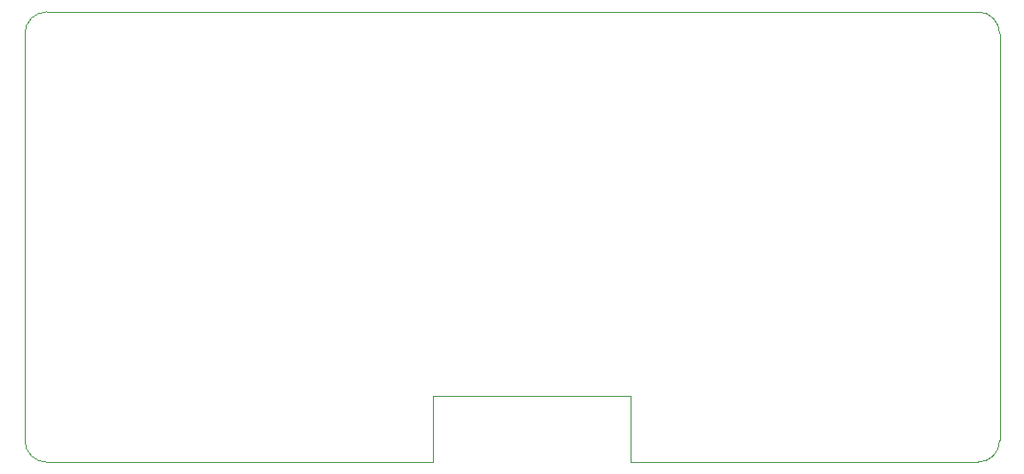
<source format=gbr>
%TF.GenerationSoftware,KiCad,Pcbnew,8.0.2*%
%TF.CreationDate,2024-07-08T12:14:41+08:00*%
%TF.ProjectId,bat_rf,6261745f-7266-42e6-9b69-6361645f7063,rev?*%
%TF.SameCoordinates,Original*%
%TF.FileFunction,Profile,NP*%
%FSLAX46Y46*%
G04 Gerber Fmt 4.6, Leading zero omitted, Abs format (unit mm)*
G04 Created by KiCad (PCBNEW 8.0.2) date 2024-07-08 12:14:41*
%MOMM*%
%LPD*%
G01*
G04 APERTURE LIST*
%TA.AperFunction,Profile*%
%ADD10C,0.100000*%
%TD*%
G04 APERTURE END LIST*
D10*
X66519998Y-110175000D02*
X102060358Y-110171005D01*
X102075929Y-104085504D02*
X120290221Y-104083427D01*
X152300841Y-68675000D02*
G75*
G02*
X154300900Y-70675000I-41J-2000100D01*
G01*
X154300841Y-70675000D02*
X154300841Y-108175000D01*
X152300841Y-110175000D02*
X151419998Y-110175000D01*
X120300883Y-110176621D02*
X151419998Y-110175000D01*
X64519998Y-108175000D02*
X64519998Y-70675000D01*
X64519998Y-70675000D02*
G75*
G02*
X66519998Y-68674998I2000002J0D01*
G01*
X66519998Y-68675000D02*
X151419998Y-68675000D01*
X151419998Y-68675000D02*
X152300841Y-68675000D01*
X102060358Y-110171005D02*
X102075929Y-104085504D01*
X66519998Y-110175000D02*
G75*
G02*
X64520000Y-108175000I2J2000000D01*
G01*
X120290221Y-104083427D02*
X120300883Y-110176621D01*
X154300841Y-108175000D02*
G75*
G02*
X152300841Y-110174941I-1999941J0D01*
G01*
M02*

</source>
